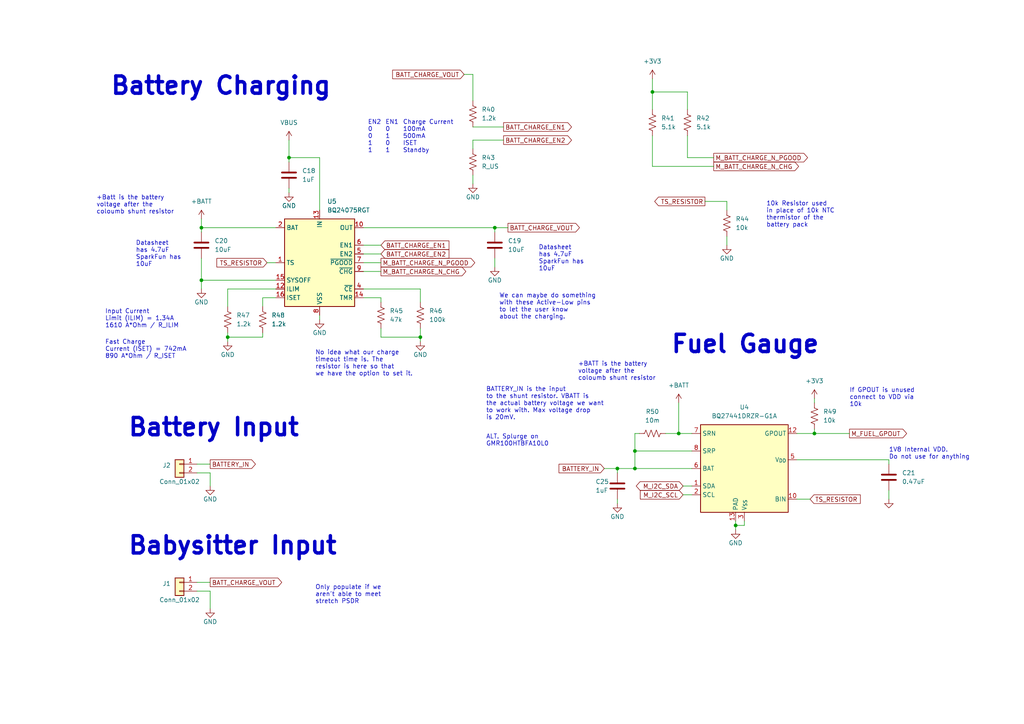
<source format=kicad_sch>
(kicad_sch (version 20230121) (generator eeschema)
  (paper "A4")
  (title_block (title "BoardLock Schematic") (rev "Rev1") (company "Schetmatic"))
  (lib_symbols
    (symbol "Battery_Management:BQ24075RGT"
      (property "Reference" "U4" (at 2.1941 17.78 0))
      (property "Value" "BQ24075RGT" (at 2.1941 15.24 0))
      (symbol "BQ24075RGT_0_1"
        (rectangle (start -10.16 12.7) (end 10.16 -12.7) (stroke (width 0.254)) (fill (type background)))
      )
      (symbol "BQ24075RGT_1_1"
        (pin passive line (at -12.7 0 0) (length 2.54) (name "TS") (number "1"))
        (pin power_out line (at 12.7 10.16 180) (length 2.54) (name "OUT") (number "10"))
        (pin passive line (at 12.7 10.16 180) (length 2.54) hide (name "OUT") (number "11"))
        (pin passive line (at -12.7 -7.62 0) (length 2.54) (name "ILIM") (number "12"))
        (pin power_in line (at 0 15.24 270) (length 2.54) (name "IN") (number "13"))
        (pin input line (at 12.7 -10.16 180) (length 2.54) (name "TMR") (number "14"))
        (pin input line (at -12.7 -5.08 0) (length 2.54) (name "SYSOFF") (number "15"))
        (pin passive line (at -12.7 -10.16 0) (length 2.54) (name "ISET") (number "16"))
        (pin passive line (at 0 -15.24 90) (length 2.54) hide (name "VSS") (number "17"))
        (pin power_out line (at -12.7 10.16 0) (length 2.54) (name "BAT") (number "2"))
        (pin passive line (at -12.7 10.16 0) (length 2.54) hide (name "BAT") (number "3"))
        (pin input line (at 12.7 -7.62 180) (length 2.54) (name "~{CE}") (number "4"))
        (pin input line (at 12.7 2.54 180) (length 2.54) (name "EN2") (number "5"))
        (pin input line (at 12.7 5.08 180) (length 2.54) (name "EN1") (number "6"))
        (pin open_collector line (at 12.7 0 180) (length 2.54) (name "~{PGOOD}") (number "7"))
        (pin power_in line (at 0 -15.24 90) (length 2.54) (name "VSS") (number "8"))
        (pin open_collector line (at 12.7 -2.54 180) (length 2.54) (name "~{CHG}") (number "9"))
      )
    )
    (symbol "Battery_Management:BQ27441DRZR-G1A"
      (property "Reference" "U5" (at 0 17.78 0))
      (property "Value" "BQ27441DRZR-G1A" (at 0 15.24 0))
      (symbol "BQ27441DRZR-G1A_0_1"
        (rectangle (start -12.7 12.7) (end 12.7 -12.7) (stroke (width 0.254)) (fill (type background)))
      )
      (symbol "BQ27441DRZR-G1A_1_1"
        (pin bidirectional line (at -15.24 -5.08 0) (length 2.54) (name "SDA") (number "1"))
        (pin input line (at 15.24 -8.89 180) (length 2.54) (name "BIN") (number "10"))
        (pin no_connect line (at -33.02 -2.54 180) (length 2.54) hide (name "NC") (number "11"))
        (pin output line (at 15.24 10.16 180) (length 2.54) (name "GPOUT") (number "12"))
        (pin power_in line (at -2.54 -15.24 90) (length 2.54) (name "PAD") (number "13"))
        (pin input line (at -15.24 -7.62 0) (length 2.54) (name "SCL") (number "2"))
        (pin power_in line (at 0 -15.24 90) (length 2.54) (name "V_{SS}") (number "3"))
        (pin no_connect line (at -33.02 -7.62 180) (length 2.54) hide (name "NC") (number "4"))
        (pin power_out line (at 15.24 2.54 180) (length 2.54) (name "V_{DD}") (number "5"))
        (pin power_in line (at -15.24 0 0) (length 2.54) (name "BAT") (number "6"))
        (pin input line (at -15.24 10.16 0) (length 2.54) (name "SRN") (number "7"))
        (pin input line (at -15.24 5.08 0) (length 2.54) (name "SRP") (number "8"))
        (pin no_connect line (at -33.02 -5.08 180) (length 2.54) hide (name "NC") (number "9"))
      )
    )
    (symbol "Connector_Generic:Conn_01x02" (pin_names (offset 1.016) hide)
      (property "Reference" "J" (at 0 2.54 0))
      (property "Value" "Conn_01x02" (at 0 -5.08 0))
      (symbol "Conn_01x02_1_1"
        (rectangle (start -1.27 -2.413) (end 0 -2.667) (stroke (width 0.1524)))
        (rectangle (start -1.27 0.127) (end 0 -0.127) (stroke (width 0.1524)))
        (rectangle (start -1.27 1.27) (end 1.27 -3.81) (stroke (width 0.254)) (fill (type background)))
        (pin passive line (at -5.08 0 0) (length 3.81) (name "Pin_1") (number "1"))
        (pin passive line (at -5.08 -2.54 0) (length 3.81) (name "Pin_2") (number "2"))
      )
    )
    (symbol "Device:C" (pin_numbers hide) (pin_names (offset 0.254))
      (property "Reference" "C" (at 0.635 2.54 0))
      (property "Value" "C" (at 0.635 -2.54 0))
      (symbol "C_0_1"
        (polyline (pts (xy -2.032 -0.762) (xy 2.032 -0.762)) (stroke (width 0.508)))
        (polyline (pts (xy -2.032 0.762) (xy 2.032 0.762)) (stroke (width 0.508)))
      )
      (symbol "C_1_1"
        (pin passive line (at 0 3.81 270) (length 2.794) (name "~") (number "1"))
        (pin passive line (at 0 -3.81 90) (length 2.794) (name "~") (number "2"))
      )
    )
    (symbol "Device:R_US" (pin_numbers hide) (pin_names (offset 0))
      (property "Reference" "R" (at 2.54 0 90))
      (property "Value" "R_US" (at -2.54 0 90))
      (symbol "R_US_0_1"
        (polyline (pts (xy 0 -2.286) (xy 0 -2.54)))
        (polyline (pts (xy 0 2.286) (xy 0 2.54)))
        (polyline (pts (xy 0 -0.762) (xy 1.016 -1.143) (xy 0 -1.524) (xy -1.016 -1.905) (xy 0 -2.286)))
        (polyline (pts (xy 0 0.762) (xy 1.016 0.381) (xy 0 0) (xy -1.016 -0.381) (xy 0 -0.762)))
        (polyline (pts (xy 0 2.286) (xy 1.016 1.905) (xy 0 1.524) (xy -1.016 1.143) (xy 0 0.762)))
      )
      (symbol "R_US_1_1"
        (pin passive line (at 0 3.81 270) (length 1.27) (name "~") (number "1"))
        (pin passive line (at 0 -3.81 90) (length 1.27) (name "~") (number "2"))
      )
    )
    (symbol "power:+3V3" (power) (pin_names (offset 0))
      (property "Value" "+3V3" (at 0 3.556 0))
      (symbol "+3V3_0_1"
        (polyline (pts (xy -0.762 1.27) (xy 0 2.54)))
        (polyline (pts (xy 0 0) (xy 0 2.54)))
        (polyline (pts (xy 0 2.54) (xy 0.762 1.27)))
      )
      (symbol "+3V3_1_1"
        (pin power_in line (at 0 0 90) (length 0) hide (name "+3V3") (number "1"))
      )
    )
    (symbol "power:+BATT" (power) (pin_names (offset 0))
      (property "Value" "+BATT" (at 0 3.556 0))
      (symbol "+BATT_0_1"
        (polyline (pts (xy -0.762 1.27) (xy 0 2.54)))
        (polyline (pts (xy 0 0) (xy 0 2.54)))
        (polyline (pts (xy 0 2.54) (xy 0.762 1.27)))
      )
      (symbol "+BATT_1_1"
        (pin power_in line (at 0 0 90) (length 0) hide (name "+BATT") (number "1"))
      )
    )
    (symbol "power:GND" (power) (pin_names (offset 0))
      (property "Value" "GND" (at 0 -3.81 0))
      (symbol "GND_0_1"
        (polyline (pts (xy 0 0) (xy 0 -1.27) (xy 1.27 -1.27) (xy 0 -2.54) (xy -1.27 -1.27) (xy 0 -1.27)))
      )
      (symbol "GND_1_1"
        (pin power_in line (at 0 0 270) (length 0) hide (name "GND") (number "1"))
      )
    )
    (symbol "power:VBUS" (power) (pin_names (offset 0))
      (property "Value" "VBUS" (at 0 3.81 0))
      (symbol "VBUS_0_1"
        (polyline (pts (xy -0.762 1.27) (xy 0 2.54)))
        (polyline (pts (xy 0 0) (xy 0 2.54)))
        (polyline (pts (xy 0 2.54) (xy 0.762 1.27)))
      )
      (symbol "VBUS_1_1"
        (pin power_in line (at 0 0 90) (length 0) hide (name "VBUS") (number "1"))
      )
    )
  )
  (junction (at 196.85 125.73))
  (junction (at 58.42 66.04))
  (junction (at 184.15 130.81))
  (junction (at 179.07 135.89))
  (junction (at 189.23 26.67))
  (junction (at 58.42 81.28))
  (junction (at 184.15 135.89))
  (junction (at 236.22 125.73))
  (junction (at 121.92 97.79))
  (junction (at 83.82 45.72))
  (junction (at 213.36 152.4))
  (junction (at 66.04 97.79))
  (junction (at 143.51 66.04))
  (wire (pts (xy 58.42 81.28) (xy 58.42 83.82)))
  (wire (pts (xy 58.42 66.04) (xy 80.01 66.04)))
  (wire (pts (xy 196.85 125.73) (xy 200.66 125.73)))
  (wire (pts (xy 236.22 124.46) (xy 236.22 125.73)))
  (wire (pts (xy 57.15 168.91) (xy 60.96 168.91)))
  (wire (pts (xy 105.41 71.12) (xy 110.49 71.12)))
  (wire (pts (xy 105.41 73.66) (xy 110.49 73.66)))
  (wire (pts (xy 57.15 171.45) (xy 60.96 171.45)))
  (wire (pts (xy 213.36 152.4) (xy 215.9 152.4)))
  (wire (pts (xy 137.16 21.59) (xy 137.16 29.21)))
  (wire (pts (xy 105.41 83.82) (xy 121.92 83.82)))
  (wire (pts (xy 121.92 97.79) (xy 121.92 99.06)))
  (wire (pts (xy 189.23 22.86) (xy 189.23 26.67)))
  (wire (pts (xy 210.82 68.58) (xy 210.82 71.12)))
  (wire (pts (xy 179.07 135.89) (xy 184.15 135.89)))
  (wire (pts (xy 184.15 125.73) (xy 184.15 130.81)))
  (wire (pts (xy 83.82 54.61) (xy 83.82 55.88)))
  (wire (pts (xy 137.16 36.83) (xy 146.05 36.83)))
  (wire (pts (xy 146.05 40.64) (xy 137.16 40.64)))
  (wire (pts (xy 210.82 58.42) (xy 204.47 58.42)))
  (wire (pts (xy 210.82 60.96) (xy 210.82 58.42)))
  (wire (pts (xy 175.26 135.89) (xy 179.07 135.89)))
  (wire (pts (xy 110.49 97.79) (xy 121.92 97.79)))
  (wire (pts (xy 236.22 125.73) (xy 246.38 125.73)))
  (wire (pts (xy 66.04 97.79) (xy 76.2 97.79)))
  (wire (pts (xy 257.81 142.24) (xy 257.81 144.78)))
  (wire (pts (xy 199.39 31.75) (xy 199.39 26.67)))
  (wire (pts (xy 60.96 171.45) (xy 60.96 176.53)))
  (wire (pts (xy 189.23 48.26) (xy 207.01 48.26)))
  (wire (pts (xy 143.51 66.04) (xy 143.51 67.31)))
  (wire (pts (xy 189.23 39.37) (xy 189.23 48.26)))
  (wire (pts (xy 66.04 97.79) (xy 66.04 99.06)))
  (wire (pts (xy 143.51 66.04) (xy 147.32 66.04)))
  (wire (pts (xy 57.15 137.16) (xy 60.96 137.16)))
  (wire (pts (xy 110.49 87.63) (xy 110.49 86.36)))
  (wire (pts (xy 105.41 78.74) (xy 110.49 78.74)))
  (wire (pts (xy 215.9 152.4) (xy 215.9 151.13)))
  (wire (pts (xy 193.04 125.73) (xy 196.85 125.73)))
  (wire (pts (xy 105.41 66.04) (xy 143.51 66.04)))
  (wire (pts (xy 121.92 95.25) (xy 121.92 97.79)))
  (wire (pts (xy 121.92 87.63) (xy 121.92 83.82)))
  (wire (pts (xy 66.04 83.82) (xy 66.04 88.9)))
  (wire (pts (xy 213.36 151.13) (xy 213.36 152.4)))
  (wire (pts (xy 66.04 96.52) (xy 66.04 97.79)))
  (wire (pts (xy 58.42 74.93) (xy 58.42 81.28)))
  (wire (pts (xy 189.23 26.67) (xy 189.23 31.75)))
  (wire (pts (xy 231.14 125.73) (xy 236.22 125.73)))
  (wire (pts (xy 83.82 40.64) (xy 83.82 45.72)))
  (wire (pts (xy 137.16 50.8) (xy 137.16 53.34)))
  (wire (pts (xy 92.71 91.44) (xy 92.71 92.71)))
  (wire (pts (xy 185.42 125.73) (xy 184.15 125.73)))
  (wire (pts (xy 83.82 46.99) (xy 83.82 45.72)))
  (wire (pts (xy 199.39 39.37) (xy 199.39 45.72)))
  (wire (pts (xy 236.22 115.57) (xy 236.22 116.84)))
  (wire (pts (xy 196.85 116.84) (xy 196.85 125.73)))
  (wire (pts (xy 76.2 86.36) (xy 76.2 88.9)))
  (wire (pts (xy 110.49 95.25) (xy 110.49 97.79)))
  (wire (pts (xy 105.41 76.2) (xy 110.49 76.2)))
  (wire (pts (xy 257.81 134.62) (xy 257.81 133.35)))
  (wire (pts (xy 184.15 130.81) (xy 184.15 135.89)))
  (wire (pts (xy 184.15 130.81) (xy 200.66 130.81)))
  (wire (pts (xy 137.16 40.64) (xy 137.16 43.18)))
  (wire (pts (xy 83.82 45.72) (xy 92.71 45.72)))
  (wire (pts (xy 92.71 45.72) (xy 92.71 60.96)))
  (wire (pts (xy 231.14 133.35) (xy 257.81 133.35)))
  (wire (pts (xy 179.07 144.78) (xy 179.07 146.05)))
  (wire (pts (xy 199.39 45.72) (xy 207.01 45.72)))
  (wire (pts (xy 179.07 135.89) (xy 179.07 137.16)))
  (wire (pts (xy 143.51 74.93) (xy 143.51 77.47)))
  (wire (pts (xy 231.14 144.78) (xy 234.95 144.78)))
  (wire (pts (xy 198.12 143.51) (xy 200.66 143.51)))
  (wire (pts (xy 58.42 81.28) (xy 80.01 81.28)))
  (wire (pts (xy 60.96 137.16) (xy 60.96 140.97)))
  (wire (pts (xy 57.15 134.62) (xy 60.96 134.62)))
  (wire (pts (xy 199.39 26.67) (xy 189.23 26.67)))
  (wire (pts (xy 80.01 83.82) (xy 66.04 83.82)))
  (wire (pts (xy 213.36 152.4) (xy 213.36 153.67)))
  (wire (pts (xy 134.62 21.59) (xy 137.16 21.59)))
  (wire (pts (xy 77.47 76.2) (xy 80.01 76.2)))
  (wire (pts (xy 184.15 135.89) (xy 200.66 135.89)))
  (wire (pts (xy 58.42 67.31) (xy 58.42 66.04)))
  (wire (pts (xy 58.42 63.5) (xy 58.42 66.04)))
  (wire (pts (xy 198.12 140.97) (xy 200.66 140.97)))
  (wire (pts (xy 110.49 86.36) (xy 105.41 86.36)))
  (wire (pts (xy 76.2 97.79) (xy 76.2 96.52)))
  (wire (pts (xy 80.01 86.36) (xy 76.2 86.36)))
  (text "Only populate if we\naren't able to meet\nstretch PSDR" (at 91.44 175.26 0) (effects (font (size 1.27 1.27)) (justify left bottom)))
  (text "Battery Input" (at 36.83 127 0) (effects (font (size 5 5) (thickness 1) bold) (justify left bottom)))
  (text "+BATT is the battery\nvoltage after the\ncoloumb shunt resistor" (at 167.64 110.49 0) (effects (font (size 1.27 1.27)) (justify left bottom)))
  (text "+Batt is the battery\nvoltage after the\ncoloumb shunt resistor" (at 27.94 62.23 0) (effects (font (size 1.27 1.27)) (justify left bottom)))
  (text "1V8 Internal VDD.\nDo not use for anything" (at 257.81 133.35 0) (effects (font (size 1.27 1.27)) (justify left bottom)))
  (text "No idea what our charge\ntimeout time is. The\nresistor is here so that\nwe have the option to set it." (at 91.44 109.22 0) (effects (font (size 1.27 1.27)) (justify left bottom)))
  (text "We can maybe do something\nwith these Active-Low pins\nto let the user know\nabout the charging." (at 144.78 92.71 0) (effects (font (size 1.27 1.27)) (justify left bottom)))
  (text "Babysitter Input" (at 36.83 161.29 0) (effects (font (size 5 5) (thickness 1) bold) (justify left bottom)))
  (text "ALT. Splurge on\nGMR100HTBFA10L0" (at 140.97 129.54 0) (effects (font (size 1.27 1.27)) (justify left bottom)))
  (text "Fuel Gauge" (at 194.31 102.87 0) (effects (font (size 5 5) (thickness 1) bold) (justify left bottom)))
  (text "Fast Charge\nCurrent (ISET) = 742mA\n890 A*Ohm / R_ISET " (at 30.48 104.14 0) (effects (font (size 1.27 1.27)) (justify left bottom)))
  (text "Datasheet \nhas 4.7uF\nSparkFun has\n10uF" (at 156.21 78.74 0) (effects (font (size 1.27 1.27)) (justify left bottom)))
  (text "EN1\n0\n1\n0\n1" (at 111.76 44.45 0) (effects (font (size 1.27 1.27)) (justify left bottom)))
  (text "If GPOUT is unused\nconnect to VDD via\n10k" (at 246.38 118.11 0) (effects (font (size 1.27 1.27)) (justify left bottom)))
  (text "Charge Current\n100mA\n500mA\nISET\nStandby" (at 116.84 44.45 0) (effects (font (size 1.27 1.27)) (justify left bottom)))
  (text "BATTERY_IN is the input\nto the shunt resistor. VBATT is\nthe actual battery voltage we want\nto work with. Max voltage drop\nis 20mV." (at 140.97 121.92 0) (effects (font (size 1.27 1.27)) (justify left bottom)))
  (text "EN2\n0\n0\n1\n1" (at 106.68 44.45 0) (effects (font (size 1.27 1.27)) (justify left bottom)))
  (text "Datasheet \nhas 4.7uF\nSparkFun has\n10uF" (at 39.37 77.47 0) (effects (font (size 1.27 1.27)) (justify left bottom)))
  (text "Battery Charging" (at 31.75 27.94 0) (effects (font (size 5 5) (thickness 1) bold) (justify left bottom)))
  (text "10k Resistor used\nin place of 10k NTC\nthermistor of the\nbattery pack" (at 222.25 66.04 0) (effects (font (size 1.27 1.27)) (justify left bottom)))
  (text "Input Current\nLimit (ILIM) = 1.34A\n1610 A*Ohm / R_ILIM " (at 30.48 95.25 0) (effects (font (size 1.27 1.27)) (justify left bottom)))
  (global_label "BATT_CHARGE_VOUT" (shape output) (at 60.96 168.91 0) (property "Intersheetrefs" "${INTERSHEET_REFS}" (effects hide)))
  (global_label "BATT_CHARGE_EN2" (shape output) (at 146.05 40.64 0) (property "Intersheetrefs" "${INTERSHEET_REFS}" (effects hide)))
  (global_label "TS_RESISTOR" (shape input) (at 234.95 144.78 0) (property "Intersheetrefs" "${INTERSHEET_REFS}" (effects hide)))
  (global_label "BATT_CHARGE_EN1" (shape output) (at 146.05 36.83 0) (property "Intersheetrefs" "${INTERSHEET_REFS}" (effects hide)))
  (global_label "M_BATT_CHARGE_N_CHG" (shape output) (at 110.49 78.74 0) (property "Intersheetrefs" "${INTERSHEET_REFS}" (effects hide)))
  (global_label "BATT_CHARGE_EN1" (shape input) (at 110.49 71.12 0) (property "Intersheetrefs" "${INTERSHEET_REFS}" (effects hide)))
  (global_label "M_FUEL_GPOUT" (shape output) (at 246.38 125.73 0) (property "Intersheetrefs" "${INTERSHEET_REFS}" (effects hide)))
  (global_label "M_BATT_CHARGE_N_CHG" (shape output) (at 207.01 48.26 0) (property "Intersheetrefs" "${INTERSHEET_REFS}" (effects hide)))
  (global_label "TS_RESISTOR" (shape input) (at 77.47 76.2 180) (property "Intersheetrefs" "${INTERSHEET_REFS}" (effects hide)))
  (global_label "BATTERY_IN" (shape output) (at 60.96 134.62 0) (property "Intersheetrefs" "${INTERSHEET_REFS}" (effects hide)))
  (global_label "M_I2C_SCL" (shape input) (at 198.12 143.51 180) (property "Intersheetrefs" "${INTERSHEET_REFS}" (effects hide)))
  (global_label "BATTERY_IN" (shape input) (at 175.26 135.89 180) (property "Intersheetrefs" "${INTERSHEET_REFS}" (effects hide)))
  (global_label "M_BATT_CHARGE_N_PGOOD" (shape output) (at 110.49 76.2 0) (property "Intersheetrefs" "${INTERSHEET_REFS}" (effects hide)))
  (global_label "M_I2C_SDA" (shape bidirectional) (at 198.12 140.97 180) (property "Intersheetrefs" "${INTERSHEET_REFS}" (effects hide)))
  (global_label "M_BATT_CHARGE_N_PGOOD" (shape output) (at 207.01 45.72 0) (property "Intersheetrefs" "${INTERSHEET_REFS}" (effects hide)))
  (global_label "BATT_CHARGE_VOUT" (shape input) (at 134.62 21.59 180) (property "Intersheetrefs" "${INTERSHEET_REFS}" (effects hide)))
  (global_label "BATT_CHARGE_VOUT" (shape output) (at 147.32 66.04 0) (property "Intersheetrefs" "${INTERSHEET_REFS}" (effects hide)))
  (global_label "TS_RESISTOR" (shape output) (at 204.47 58.42 180) (property "Intersheetrefs" "${INTERSHEET_REFS}" (effects hide)))
  (global_label "BATT_CHARGE_EN2" (shape input) (at 110.49 73.66 0) (property "Intersheetrefs" "${INTERSHEET_REFS}" (effects hide)))
  (symbol (lib_id "power:GND") (at 257.81 144.78 0) (unit 1)
    (property "Reference" "#PWR045" (effects hide))
    (property "Value" "GND" (effects hide))
  )
  (symbol (lib_id "Device:R_US") (at 76.2 92.71 0) (unit 1)
    (property "Reference" "R48" (at 78.74 91.44 0) (effects (justify left)))
    (property "Value" "1.2k" (at 78.74 93.98 0) (effects (justify left)))
    (property "Footprint" "Resistor_SMD:R_0805_2012Metric_Pad1.20x1.40mm_HandSolder" (effects hide))
  )
  (symbol (lib_id "Device:R_US") (at 236.22 120.65 0) (unit 1)
    (property "Reference" "R49" (at 238.76 119.38 0) (effects (justify left)))
    (property "Value" "10k" (at 238.76 121.92 0) (effects (justify left)))
    (property "Footprint" "Resistor_SMD:R_0805_2012Metric_Pad1.20x1.40mm_HandSolder" (effects hide))
    (instances (project "boardlock" (path "" (reference "R49") (unit 1)) (path "" (reference "R?") (unit 1))))
  )
  (symbol (lib_id "Device:C") (at 83.82 50.8 0) (unit 1)
    (property "Reference" "C18" (at 87.63 49.53 0) (effects (justify left)))
    (property "Value" "1uF" (at 87.63 52.07 0) (effects (justify left)))
    (property "Footprint" "Capacitor_SMD:C_0805_2012Metric_Pad1.18x1.45mm_HandSolder" (effects hide))
  )
  (symbol (lib_id "Device:C") (at 257.81 138.43 0) (unit 1)
    (property "Reference" "C21" (at 261.62 137.16 0) (effects (justify left)))
    (property "Value" "0.47uF" (at 261.62 139.7 0) (effects (justify left)))
    (property "Footprint" "Capacitor_SMD:C_0805_2012Metric_Pad1.18x1.45mm_HandSolder" (effects hide))
  )
  (symbol (lib_id "power:GND") (at 137.16 53.34 0) (unit 1)
    (property "Reference" "#PWR042" (effects hide))
    (property "Value" "GND" (at 137.16 57.15 0))
  )
  (symbol (lib_id "power:+3V3") (at 189.23 22.86 0) (unit 1)
    (property "Reference" "#PWR057" (effects hide))
    (property "Value" "+3V3" (at 189.23 17.78 0))
  )
  (symbol (lib_id "power:GND") (at 92.71 92.71 0) (unit 1)
    (property "Reference" "#PWR037" (effects hide))
    (property "Value" "GND" (at 92.71 96.52 0))
  )
  (symbol (lib_id "power:+3V3") (at 236.22 115.57 0) (unit 1)
    (property "Reference" "#PWR027" (effects hide))
    (property "Value" "+3V3" (at 236.22 110.49 0))
    (instances (project "boardlock" (path "" (reference "#PWR027") (unit 1)) (path "" (reference "#PWR048") (unit 1))))
  )
  (symbol (lib_id "Device:C") (at 58.42 71.12 0) (unit 1)
    (property "Reference" "C20" (at 62.23 69.85 0) (effects (justify left)))
    (property "Value" "10uF" (at 62.23 72.39 0) (effects (justify left)))
    (property "Footprint" "Capacitor_SMD:C_0805_2012Metric_Pad1.18x1.45mm_HandSolder" (effects hide))
  )
  (symbol (lib_id "power:GND") (at 213.36 153.67 0) (unit 1)
    (property "Reference" "#PWR044" (effects hide))
    (property "Value" "GND" (at 213.36 157.48 0))
  )
  (symbol (lib_id "Device:R_US") (at 137.16 33.02 0) (unit 1)
    (property "Reference" "R40" (at 139.7 31.75 0) (effects (justify left)))
    (property "Value" "1.2k" (at 139.7 34.29 0) (effects (justify left)))
    (property "Footprint" "Resistor_SMD:R_0805_2012Metric_Pad1.20x1.40mm_HandSolder" (effects hide))
  )
  (symbol (lib_id "Device:C") (at 143.51 71.12 0) (unit 1)
    (property "Reference" "C19" (at 147.32 69.85 0) (effects (justify left)))
    (property "Value" "10uF" (at 147.32 72.39 0) (effects (justify left)))
    (property "Footprint" "Capacitor_SMD:C_0805_2012Metric_Pad1.18x1.45mm_HandSolder" (effects hide))
  )
  (symbol (lib_id "Device:R_US") (at 189.23 125.73 270) (unit 1)
    (property "Reference" "R50" (at 189.23 119.38 90))
    (property "Value" "10m" (at 189.23 121.92 90))
    (property "Footprint" "Resistor_SMD:R_2512_6332Metric_Pad1.40x3.35mm_HandSolder" (effects hide))
    (property "Datasheet" "https://www.bourns.com/docs/Product-Datasheets/CRF.pdf" (effects hide))
    (property "Tolerance" "1%" (effects hide))
    (property "ppm drift" "50" (effects hide))
    (property "Power Rating" "2W" (effects hide))
    (property "MFN" "CRF2512-FZ-R010ELF" (effects hide))
    (property "MF" "Bourns Inc." (effects hide))
  )
  (symbol (lib_id "power:GND") (at 58.42 83.82 0) (unit 1)
    (property "Reference" "#PWR041" (effects hide))
    (property "Value" "GND" (at 58.42 87.63 0))
  )
  (symbol (lib_id "Device:R_US") (at 137.16 46.99 0) (unit 1)
    (property "Reference" "R43" (at 139.7 45.72 0) (effects (justify left)))
    (property "Value" "R_US" (at 139.7 48.26 0) (effects (justify left)))
    (property "Footprint" "Resistor_SMD:R_0805_2012Metric_Pad1.20x1.40mm_HandSolder" (effects hide))
  )
  (symbol (lib_id "Connector_Generic:Conn_01x02") (at 52.07 134.62 0) (mirror y) (unit 1)
    (property "Reference" "J2" (at 49.53 134.9756 0) (effects (justify left)))
    (property "Value" "Conn_01x02" (at 52.07 139.7 0))
    (property "Footprint" "Connector_JST:JST_PH_S2B-PH-K_1x02_P2.00mm_Horizontal" (effects hide))
  )
  (symbol (lib_id "power:GND") (at 60.96 140.97 0) (mirror y) (unit 1)
    (property "Reference" "#PWR035" (effects hide))
    (property "Value" "GND" (at 60.96 144.78 0))
  )
  (symbol (lib_id "power:+BATT") (at 196.85 116.84 0) (mirror y) (unit 1)
    (property "Reference" "#PWR032" (effects hide))
    (property "Value" "+BATT" (at 196.85 111.76 0))
    (instances (project "boardlock" (path "" (reference "#PWR032") (unit 1)) (path "" (reference "#PWR046") (unit 1))))
  )
  (symbol (lib_id "power:GND") (at 121.92 99.06 0) (unit 1)
    (property "Reference" "#PWR043" (effects hide))
    (property "Value" "GND" (at 121.92 102.87 0))
  )
  (symbol (lib_id "Device:R_US") (at 210.82 64.77 0) (unit 1)
    (property "Reference" "R44" (at 213.36 63.5 0) (effects (justify left)))
    (property "Value" "10k" (at 213.36 66.04 0) (effects (justify left)))
    (property "Footprint" "Resistor_SMD:R_0805_2012Metric_Pad1.20x1.40mm_HandSolder" (effects hide))
  )
  (symbol (lib_id "Device:R_US") (at 199.39 35.56 0) (unit 1)
    (property "Reference" "R42" (at 201.93 34.29 0) (effects (justify left)))
    (property "Value" "5.1k" (at 201.93 36.83 0) (effects (justify left)))
    (property "Footprint" "Resistor_SMD:R_0805_2012Metric_Pad1.20x1.40mm_HandSolder" (effects hide))
  )
  (symbol (lib_id "Device:C") (at 179.07 140.97 0) (unit 1)
    (property "Reference" "C25" (at 172.72 139.7 0) (effects (justify left)))
    (property "Value" "1uF" (at 172.72 142.24 0) (effects (justify left)))
    (property "Footprint" "Capacitor_SMD:C_0805_2012Metric_Pad1.18x1.45mm_HandSolder" (effects hide))
  )
  (symbol (lib_id "Device:R_US") (at 110.49 91.44 0) (unit 1)
    (property "Reference" "R45" (at 113.03 90.17 0) (effects (justify left)))
    (property "Value" "47k" (at 113.03 92.71 0) (effects (justify left)))
    (property "Footprint" "Resistor_SMD:R_0805_2012Metric_Pad1.20x1.40mm_HandSolder" (effects hide))
  )
  (symbol (lib_id "power:GND") (at 210.82 71.12 0) (unit 1)
    (property "Reference" "#PWR058" (effects hide))
    (property "Value" "GND" (at 210.82 74.93 0))
  )
  (symbol (lib_id "Connector_Generic:Conn_01x02") (at 52.07 168.91 0) (mirror y) (unit 1)
    (property "Reference" "J1" (at 49.53 169.2656 0) (effects (justify left)))
    (property "Value" "Conn_01x02" (at 52.07 173.99 0))
    (property "Footprint" "Connector_JST:JST_PH_S2B-PH-K_1x02_P2.00mm_Horizontal" (effects hide))
  )
  (symbol (lib_id "power:GND") (at 83.82 55.88 0) (unit 1)
    (property "Reference" "#PWR036" (effects hide))
    (property "Value" "GND" (at 83.82 59.69 0))
  )
  (symbol (lib_id "Device:R_US") (at 121.92 91.44 0) (unit 1)
    (property "Reference" "R46" (at 124.46 90.17 0) (effects (justify left)))
    (property "Value" "100k" (at 124.46 92.71 0) (effects (justify left)))
    (property "Footprint" "Resistor_SMD:R_0805_2012Metric_Pad1.20x1.40mm_HandSolder" (effects hide))
  )
  (symbol (lib_id "Battery_Management:BQ24075RGT") (at 92.71 76.2 0) (unit 1)
    (property "Reference" "U5" (at 94.9041 58.42 0) (effects (justify left)))
    (property "Value" "BQ24075RGT" (at 94.9041 60.96 0) (effects (justify left)))
    (property "Footprint" "Package_DFN_QFN:VQFN-16-1EP_3x3mm_P0.5mm_EP1.6x1.6mm" (effects hide))
    (property "Datasheet" "http://www.ti.com/lit/ds/symlink/bq24075.pdf" (effects hide))
    (instances (project "boardlock" (path "" (reference "U5") (unit 1)) (path "" (reference "U4") (unit 1))))
  )
  (symbol (lib_id "power:VBUS") (at 83.82 40.64 0) (unit 1)
    (property "Reference" "#PWR064" (effects hide))
    (property "Value" "VBUS" (at 83.82 35.56 0))
  )
  (symbol (lib_id "power:GND") (at 143.51 77.47 0) (unit 1)
    (property "Reference" "#PWR039" (effects hide))
    (property "Value" "GND" (at 143.51 81.28 0))
  )
  (symbol (lib_id "power:+BATT") (at 58.42 63.5 0) (mirror y) (unit 1)
    (property "Reference" "#PWR032" (effects hide))
    (property "Value" "+BATT" (at 58.42 58.42 0))
    (instances (project "boardlock" (path "" (reference "#PWR032") (unit 1)) (path "" (reference "#PWR040") (unit 1))))
  )
  (symbol (lib_id "power:GND") (at 66.04 99.06 0) (unit 1)
    (property "Reference" "#PWR038" (effects hide))
    (property "Value" "GND" (at 66.04 102.87 0))
  )
  (symbol (lib_id "power:GND") (at 60.96 176.53 0) (mirror y) (unit 1)
    (property "Reference" "#PWR024" (effects hide))
    (property "Value" "GND" (at 60.96 180.34 0))
  )
  (symbol (lib_id "power:GND") (at 179.07 146.05 0) (unit 1)
    (property "Reference" "#PWR047" (effects hide))
    (property "Value" "GND" (at 179.07 149.86 0))
  )
  (symbol (lib_id "Device:R_US") (at 189.23 35.56 0) (unit 1)
    (property "Reference" "R41" (at 191.77 34.29 0) (effects (justify left)))
    (property "Value" "5.1k" (at 191.77 36.83 0) (effects (justify left)))
    (property "Footprint" "Resistor_SMD:R_0805_2012Metric_Pad1.20x1.40mm_HandSolder" (effects hide))
  )
  (symbol (lib_id "Device:R_US") (at 66.04 92.71 0) (unit 1)
    (property "Reference" "R47" (at 68.58 91.44 0) (effects (justify left)))
    (property "Value" "1.2k" (at 68.58 93.98 0) (effects (justify left)))
    (property "Footprint" "Resistor_SMD:R_0805_2012Metric_Pad1.20x1.40mm_HandSolder" (effects hide))
  )
  (symbol (lib_id "Battery_Management:BQ27441DRZR-G1A") (at 215.9 135.89 0) (unit 1)
    (property "Reference" "U4" (at 215.9 118.11 0))
    (property "Value" "BQ27441DRZR-G1A" (at 215.9 120.65 0))
    (property "Footprint" "Package_SON:Texas_S-PDSO-N12" (effects hide))
    (property "Datasheet" "http://www.ti.com/lit/ds/symlink/bq27441-g1.pdf" (effects hide))
    (instances (project "boardlock" (path "" (reference "U4") (unit 1)) (path "" (reference "U5") (unit 1))))
  )
)
</source>
